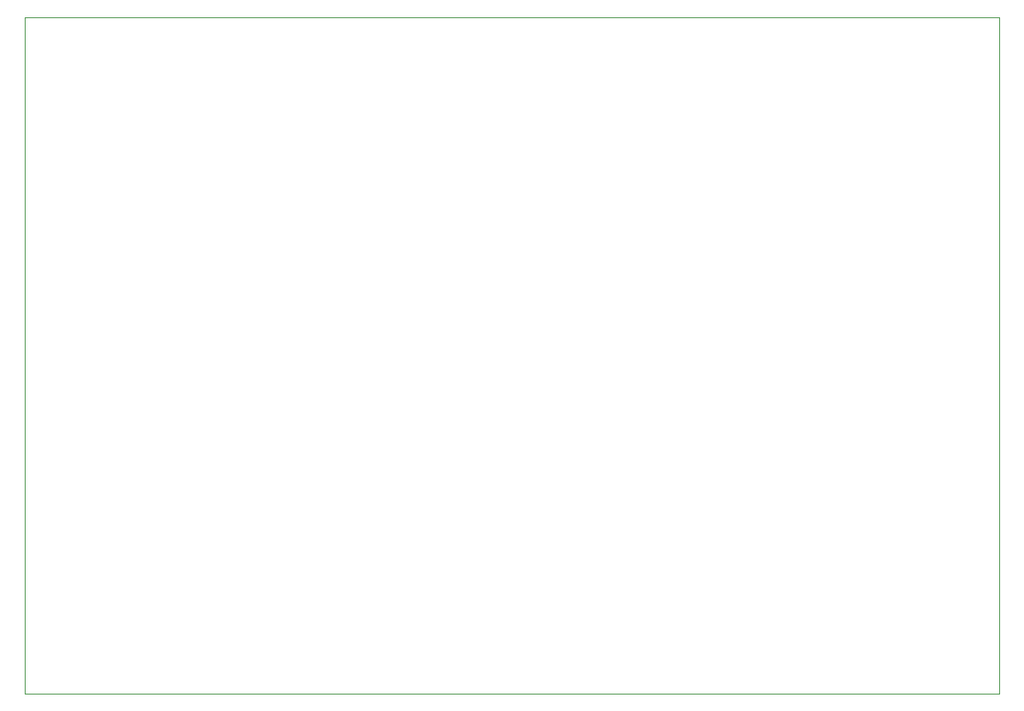
<source format=gbr>
%TF.GenerationSoftware,KiCad,Pcbnew,9.0.4*%
%TF.CreationDate,2025-10-16T13:31:45+09:00*%
%TF.ProjectId,HAM_Seminiar_Opamp,48414d5f-5365-46d6-996e-6961725f4f70,rev?*%
%TF.SameCoordinates,Original*%
%TF.FileFunction,Profile,NP*%
%FSLAX46Y46*%
G04 Gerber Fmt 4.6, Leading zero omitted, Abs format (unit mm)*
G04 Created by KiCad (PCBNEW 9.0.4) date 2025-10-16 13:31:45*
%MOMM*%
%LPD*%
G01*
G04 APERTURE LIST*
%TA.AperFunction,Profile*%
%ADD10C,0.050000*%
%TD*%
G04 APERTURE END LIST*
D10*
X70540000Y-65000000D02*
X170476000Y-65000000D01*
X170476000Y-134460000D01*
X70540000Y-134460000D01*
X70540000Y-65000000D01*
M02*

</source>
